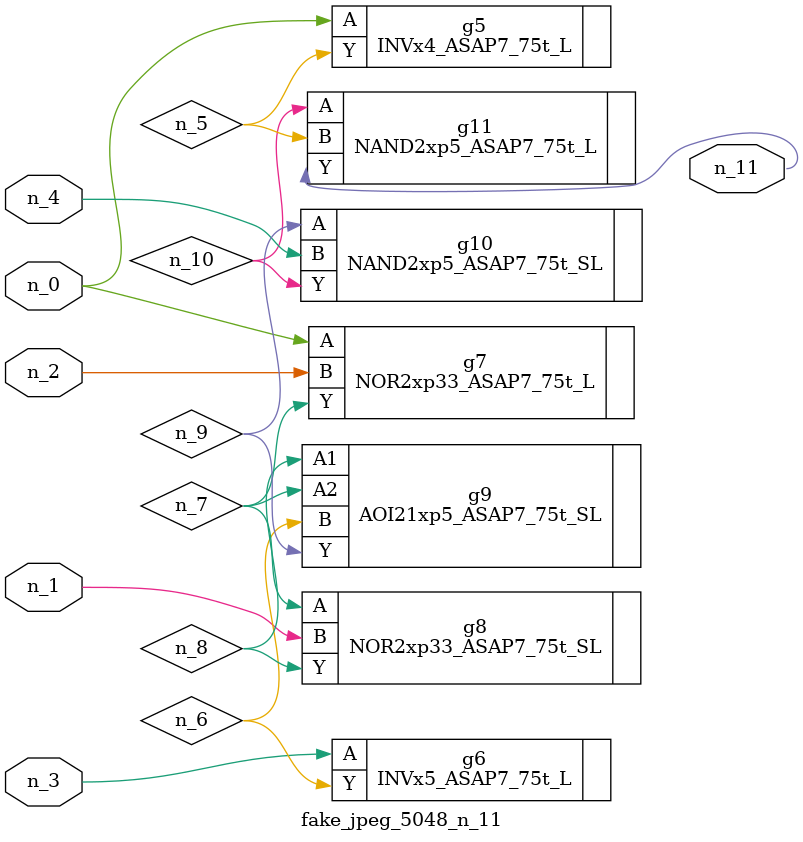
<source format=v>
module fake_jpeg_5048_n_11 (n_3, n_2, n_1, n_0, n_4, n_11);

input n_3;
input n_2;
input n_1;
input n_0;
input n_4;

output n_11;

wire n_10;
wire n_8;
wire n_9;
wire n_6;
wire n_5;
wire n_7;

INVx4_ASAP7_75t_L g5 ( 
.A(n_0),
.Y(n_5)
);

INVx5_ASAP7_75t_L g6 ( 
.A(n_3),
.Y(n_6)
);

NOR2xp33_ASAP7_75t_L g7 ( 
.A(n_0),
.B(n_2),
.Y(n_7)
);

NOR2xp33_ASAP7_75t_SL g8 ( 
.A(n_7),
.B(n_1),
.Y(n_8)
);

AOI21xp5_ASAP7_75t_SL g9 ( 
.A1(n_8),
.A2(n_7),
.B(n_6),
.Y(n_9)
);

NAND2xp5_ASAP7_75t_SL g10 ( 
.A(n_9),
.B(n_4),
.Y(n_10)
);

NAND2xp5_ASAP7_75t_L g11 ( 
.A(n_10),
.B(n_5),
.Y(n_11)
);


endmodule
</source>
